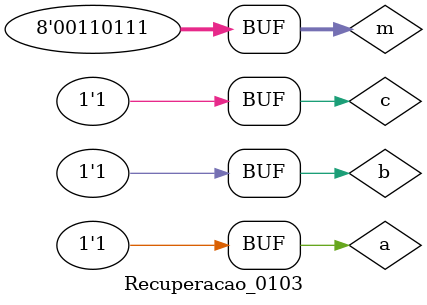
<source format=v>
/*
 Recuperacao_0103.v - v0.0. - 30 / 10 / 2022
 Autor    : Gabriel Vargas Bento de Souza
 Matricula: 778023
 */

/**
  Module A0113 (a,b,c)
 */
module A0113 (output s, 
              input a, b, c);
   assign s = ~((~a|~b) & ~(a&c));
endmodule // s = A0113 (a,b,c)

/**
  Recuperacao_0103.v
 */
module Recuperacao_0103;
   reg  a, b, c;
   reg[7:0] m;
   wire s;
   
   // instancias
   A0113 A0113_1 (s, a, b, c);
   
   // valores iniciais
   initial begin: start
      a=1'bx; b=1'bx; c=1'bx;                     
   end

   // parte principal
   initial begin: main
       $display("Gabriel Vargas Bento de Souza - 778023");
       $display("Recuperacao_01");
       $display("\n03. A0113(a,b,c)\n");

       // monitoramento
       $display(" m  a  b  c  s");
       $monitor("%2c %2b %2b %2b %2b", m, a, b, c, s);

       // sinalizacao
          a=0; b=0; c=0; m="0";
       #1           c=1; m="1";
       #1      b=1; c=0; m="2";
       #1           c=1; m="3";
       #1 a=1; b=0; c=0; m="4";
       #1           c=1; m="5";
       #1      b=1; c=0; m="6";
       #1           c=1; m="7";
   end
endmodule // Recuperacao_0103

/*
gabriel@desktop-ubuntu:~/Desktop/CC-PUC/2periodo/ARQ1/Tarefas/Recuperacao01$ vvp Recuperacao_0103.vvp
Gabriel Vargas Bento de Souza - 778023
Recuperacao_01

03. A0113(a,b,c)

 m  a  b  c  s
 0  0  0  0  0
 1  0  0  1  0
 2  0  1  0  0
 3  0  1  1  0
 4  1  0  0  0
 5  1  0  1  1
 6  1  1  0  1
 7  1  1  1  1


*/
</source>
